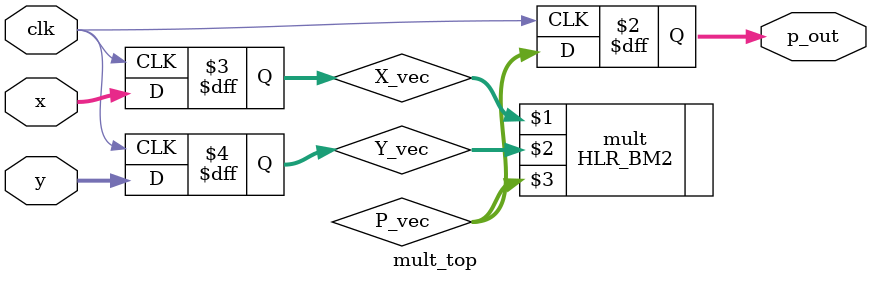
<source format=v>

`include "timescale.v"

module mult_top(
    // Clock and reset
    input clk,
    // Input X has a form x_i%d where %d denotes the bit number
    input  [15:0] x,
    // Input Y has a form y_i%d where %d denotes the bit number
    input  [15:0] y,
    // Output P has a form p_out%d where %d denotes the bit number
    output reg [31:0] p_out
    );

    
    // Now we have X_vec and Y_vec signal 
    // Then we do processing with these signals and store the 
    // intermidiate result in P_vec
    // For example purposes X_vec and Y_vec are concanated and stored in P_vec
    wire [31:0] P_vec;
    reg [15:0] X_vec;
    reg [15:0] Y_vec;
    
    HLR_BM2 mult(X_vec,Y_vec,P_vec); 

 
    always @(posedge clk) 
    begin
        p_out = P_vec;
        X_vec = x;
        Y_vec = y;
    end

endmodule 


</source>
